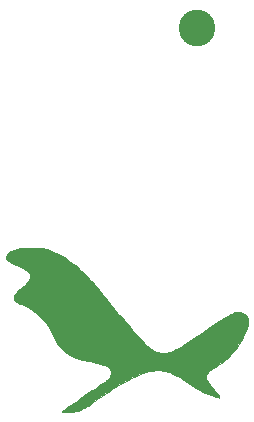
<source format=gbr>
G04 #@! TF.GenerationSoftware,KiCad,Pcbnew,(5.1.10)-1*
G04 #@! TF.CreationDate,2021-07-03T22:49:25-04:00*
G04 #@! TF.ProjectId,Sorting Hat,536f7274-696e-4672-9048-61742e6b6963,rev?*
G04 #@! TF.SameCoordinates,Original*
G04 #@! TF.FileFunction,Soldermask,Top*
G04 #@! TF.FilePolarity,Negative*
%FSLAX46Y46*%
G04 Gerber Fmt 4.6, Leading zero omitted, Abs format (unit mm)*
G04 Created by KiCad (PCBNEW (5.1.10)-1) date 2021-07-03 22:49:25*
%MOMM*%
%LPD*%
G01*
G04 APERTURE LIST*
%ADD10C,0.010000*%
%ADD11C,3.100000*%
G04 APERTURE END LIST*
D10*
G04 #@! TO.C,G\u002A\u002A\u002A*
G36*
X141266763Y-80190410D02*
G01*
X141694277Y-80242974D01*
X142111431Y-80332006D01*
X142525281Y-80459007D01*
X142937521Y-80623109D01*
X143187287Y-80745568D01*
X143456470Y-80899944D01*
X143741020Y-81082922D01*
X144036887Y-81291186D01*
X144340022Y-81521420D01*
X144646373Y-81770309D01*
X144951891Y-82034535D01*
X145252525Y-82310784D01*
X145544225Y-82595740D01*
X145822942Y-82886087D01*
X146084625Y-83178509D01*
X146144333Y-83248500D01*
X146188728Y-83301918D01*
X146256155Y-83384216D01*
X146343221Y-83491200D01*
X146446531Y-83618678D01*
X146562694Y-83762456D01*
X146688316Y-83918340D01*
X146820002Y-84082139D01*
X146940815Y-84232750D01*
X147282531Y-84657809D01*
X147602044Y-85052200D01*
X147902263Y-85419334D01*
X148186098Y-85762624D01*
X148456458Y-86085483D01*
X148716251Y-86391321D01*
X148968388Y-86683552D01*
X149215776Y-86965588D01*
X149461325Y-87240841D01*
X149707944Y-87512724D01*
X149958543Y-87784648D01*
X150080688Y-87915750D01*
X150252073Y-88097341D01*
X150400855Y-88250792D01*
X150531671Y-88380369D01*
X150649159Y-88490337D01*
X150757954Y-88584960D01*
X150862695Y-88668505D01*
X150968018Y-88745236D01*
X151024166Y-88783600D01*
X151214969Y-88902082D01*
X151390939Y-88989949D01*
X151562089Y-89050858D01*
X151738433Y-89088469D01*
X151904024Y-89105094D01*
X152112964Y-89106319D01*
X152309265Y-89082816D01*
X152511513Y-89032034D01*
X152567362Y-89014049D01*
X152648263Y-88985154D01*
X152732743Y-88950996D01*
X152823244Y-88910103D01*
X152922207Y-88861003D01*
X153032074Y-88802225D01*
X153155289Y-88732297D01*
X153294292Y-88649746D01*
X153451527Y-88553100D01*
X153629435Y-88440889D01*
X153830460Y-88311639D01*
X154057042Y-88163879D01*
X154311624Y-87996138D01*
X154596648Y-87806942D01*
X154844750Y-87641473D01*
X155232202Y-87382919D01*
X155586418Y-87147190D01*
X155909121Y-86933235D01*
X156202031Y-86740002D01*
X156466869Y-86566437D01*
X156705356Y-86411489D01*
X156919215Y-86274106D01*
X157110166Y-86153236D01*
X157279930Y-86047827D01*
X157430229Y-85956826D01*
X157562784Y-85879181D01*
X157679316Y-85813841D01*
X157781547Y-85759753D01*
X157871198Y-85715865D01*
X157949990Y-85681125D01*
X158019644Y-85654481D01*
X158081881Y-85634880D01*
X158138424Y-85621271D01*
X158154938Y-85618127D01*
X158341169Y-85604828D01*
X158520267Y-85629819D01*
X158687616Y-85689495D01*
X158838600Y-85780253D01*
X158968605Y-85898490D01*
X159073015Y-86040603D01*
X159147214Y-86202988D01*
X159186589Y-86382041D01*
X159190310Y-86426503D01*
X159191707Y-86525307D01*
X159185883Y-86621571D01*
X159174639Y-86692707D01*
X159149636Y-86774403D01*
X159108285Y-86887438D01*
X159053314Y-87025357D01*
X158987453Y-87181708D01*
X158913429Y-87350038D01*
X158833974Y-87523893D01*
X158751814Y-87696820D01*
X158737976Y-87725250D01*
X158542121Y-88103501D01*
X158341640Y-88444578D01*
X158133013Y-88753624D01*
X157912718Y-89035782D01*
X157677232Y-89296198D01*
X157628847Y-89345280D01*
X157483921Y-89485692D01*
X157343040Y-89611642D01*
X157197890Y-89729528D01*
X157040159Y-89845747D01*
X156861531Y-89966696D01*
X156653695Y-90098775D01*
X156633333Y-90111389D01*
X156504279Y-90193270D01*
X156368279Y-90283190D01*
X156231462Y-90376753D01*
X156099961Y-90469564D01*
X155979905Y-90557226D01*
X155877425Y-90635343D01*
X155798653Y-90699518D01*
X155750658Y-90744329D01*
X155681557Y-90847124D01*
X155635008Y-90973569D01*
X155613389Y-91110120D01*
X155619079Y-91243237D01*
X155645923Y-91340648D01*
X155687354Y-91419979D01*
X155754237Y-91524079D01*
X155842320Y-91647556D01*
X155947354Y-91785016D01*
X156065085Y-91931065D01*
X156191263Y-92080312D01*
X156321636Y-92227362D01*
X156451952Y-92366822D01*
X156467829Y-92383250D01*
X156546627Y-92467707D01*
X156616818Y-92548951D01*
X156671678Y-92618773D01*
X156704484Y-92668965D01*
X156708043Y-92676484D01*
X156727549Y-92745163D01*
X156730034Y-92807686D01*
X156717042Y-92853646D01*
X156690119Y-92872638D01*
X156679093Y-92871398D01*
X156642587Y-92862620D01*
X156577231Y-92847931D01*
X156495597Y-92830143D01*
X156474583Y-92825641D01*
X156254247Y-92768469D01*
X156023657Y-92688093D01*
X155776257Y-92581980D01*
X155532666Y-92461788D01*
X155210350Y-92291530D01*
X154911926Y-92127596D01*
X154627041Y-91963826D01*
X154345341Y-91794064D01*
X154056473Y-91612149D01*
X153750084Y-91411923D01*
X153606500Y-91316064D01*
X153376965Y-91164818D01*
X153174853Y-91038144D01*
X152995182Y-90933370D01*
X152832971Y-90847824D01*
X152683240Y-90778835D01*
X152541007Y-90723732D01*
X152442333Y-90691720D01*
X152084707Y-90605707D01*
X151727785Y-90562020D01*
X151371487Y-90560655D01*
X151015731Y-90601610D01*
X150761386Y-90656910D01*
X150547780Y-90719571D01*
X150304981Y-90803433D01*
X150038937Y-90906087D01*
X149755594Y-91025126D01*
X149460899Y-91158140D01*
X149160798Y-91302722D01*
X149134724Y-91315722D01*
X148866829Y-91453113D01*
X148599686Y-91597403D01*
X148329360Y-91751062D01*
X148051917Y-91916559D01*
X147763424Y-92096364D01*
X147459948Y-92292947D01*
X147137555Y-92508778D01*
X146792310Y-92746327D01*
X146420282Y-93008063D01*
X146278307Y-93109206D01*
X146080660Y-93249655D01*
X145911756Y-93367761D01*
X145766581Y-93466734D01*
X145640125Y-93549781D01*
X145527375Y-93620109D01*
X145423320Y-93680927D01*
X145322947Y-93735442D01*
X145221244Y-93786863D01*
X145213916Y-93790443D01*
X144982361Y-93894395D01*
X144761814Y-93973094D01*
X144541467Y-94028878D01*
X144310513Y-94064087D01*
X144058145Y-94081060D01*
X143860811Y-94083329D01*
X143736723Y-94081724D01*
X143623400Y-94078879D01*
X143529354Y-94075111D01*
X143463095Y-94070741D01*
X143437612Y-94067454D01*
X143429867Y-94063868D01*
X143428695Y-94056722D01*
X143435946Y-94044678D01*
X143453467Y-94026396D01*
X143483109Y-94000534D01*
X143526721Y-93965753D01*
X143586152Y-93920714D01*
X143663252Y-93864077D01*
X143759869Y-93794501D01*
X143877854Y-93710646D01*
X144019054Y-93611174D01*
X144185320Y-93494743D01*
X144378501Y-93360014D01*
X144600446Y-93205647D01*
X144853004Y-93030302D01*
X145138025Y-92832640D01*
X145226195Y-92771522D01*
X145479863Y-92595724D01*
X145725677Y-92425421D01*
X145961164Y-92262324D01*
X146183852Y-92108143D01*
X146391266Y-91964589D01*
X146580935Y-91833372D01*
X146750385Y-91716203D01*
X146897143Y-91614793D01*
X147018735Y-91530851D01*
X147112689Y-91466090D01*
X147176532Y-91422218D01*
X147206033Y-91402121D01*
X147325032Y-91312232D01*
X147413020Y-91219895D01*
X147480312Y-91113497D01*
X147501428Y-91069583D01*
X147552346Y-90908841D01*
X147562712Y-90748556D01*
X147534028Y-90594052D01*
X147467794Y-90450653D01*
X147365513Y-90323682D01*
X147268716Y-90244267D01*
X147224094Y-90215934D01*
X147174805Y-90190710D01*
X147114221Y-90166321D01*
X147035717Y-90140490D01*
X146932666Y-90110944D01*
X146798443Y-90075407D01*
X146713620Y-90053675D01*
X146363543Y-89964601D01*
X146051884Y-89885185D01*
X145776023Y-89814679D01*
X145533343Y-89752333D01*
X145321226Y-89697400D01*
X145137055Y-89649129D01*
X144978211Y-89606774D01*
X144842077Y-89569585D01*
X144726036Y-89536813D01*
X144627469Y-89507710D01*
X144543758Y-89481527D01*
X144472286Y-89457515D01*
X144410436Y-89434926D01*
X144355589Y-89413012D01*
X144305127Y-89391022D01*
X144256433Y-89368210D01*
X144206890Y-89343825D01*
X144174311Y-89327445D01*
X143926820Y-89183639D01*
X143681125Y-89004334D01*
X143445731Y-88795827D01*
X143413104Y-88763689D01*
X143200545Y-88534254D01*
X143022280Y-88302148D01*
X142871087Y-88056429D01*
X142739742Y-87786157D01*
X142692576Y-87672333D01*
X142509672Y-87265617D01*
X142293714Y-86884343D01*
X142043055Y-86526047D01*
X141756048Y-86188265D01*
X141580916Y-86009178D01*
X141255434Y-85718010D01*
X140914086Y-85464587D01*
X140551999Y-85245774D01*
X140164301Y-85058433D01*
X139997723Y-84990348D01*
X139826291Y-84920922D01*
X139690503Y-84859252D01*
X139585042Y-84802411D01*
X139504587Y-84747470D01*
X139443822Y-84691505D01*
X139433501Y-84679858D01*
X139363000Y-84573349D01*
X139331474Y-84462128D01*
X139339030Y-84343392D01*
X139385778Y-84214337D01*
X139456276Y-84094633D01*
X139490572Y-84046838D01*
X139530822Y-83997097D01*
X139580518Y-83942013D01*
X139643154Y-83878190D01*
X139722220Y-83802233D01*
X139821211Y-83710745D01*
X139943617Y-83600330D01*
X140092932Y-83467593D01*
X140181835Y-83389091D01*
X140349257Y-83236044D01*
X140482909Y-83100889D01*
X140585406Y-82979881D01*
X140659364Y-82869271D01*
X140707398Y-82765313D01*
X140732122Y-82664261D01*
X140736959Y-82593724D01*
X140720114Y-82463356D01*
X140667203Y-82344244D01*
X140575406Y-82230525D01*
X140550849Y-82206711D01*
X140504502Y-82165830D01*
X140451998Y-82125104D01*
X140389458Y-82082365D01*
X140313003Y-82035440D01*
X140218753Y-81982160D01*
X140102830Y-81920355D01*
X139961354Y-81847854D01*
X139790447Y-81762488D01*
X139586229Y-81662087D01*
X139516490Y-81628028D01*
X139325633Y-81534544D01*
X139169287Y-81456856D01*
X139043669Y-81392720D01*
X138944994Y-81339891D01*
X138869477Y-81296122D01*
X138813335Y-81259168D01*
X138772782Y-81226786D01*
X138744035Y-81196729D01*
X138723308Y-81166752D01*
X138715727Y-81152956D01*
X138692124Y-81074400D01*
X138685094Y-80973673D01*
X138694213Y-80867381D01*
X138719062Y-80772126D01*
X138725802Y-80756036D01*
X138770513Y-80676335D01*
X138829543Y-80608428D01*
X138908292Y-80549041D01*
X139012158Y-80494899D01*
X139146540Y-80442725D01*
X139316838Y-80389245D01*
X139342580Y-80381830D01*
X139632039Y-80305015D01*
X139898754Y-80247723D01*
X140156469Y-80208011D01*
X140418927Y-80183938D01*
X140699874Y-80173561D01*
X140821833Y-80172812D01*
X141266763Y-80190410D01*
G37*
X141266763Y-80190410D02*
X141694277Y-80242974D01*
X142111431Y-80332006D01*
X142525281Y-80459007D01*
X142937521Y-80623109D01*
X143187287Y-80745568D01*
X143456470Y-80899944D01*
X143741020Y-81082922D01*
X144036887Y-81291186D01*
X144340022Y-81521420D01*
X144646373Y-81770309D01*
X144951891Y-82034535D01*
X145252525Y-82310784D01*
X145544225Y-82595740D01*
X145822942Y-82886087D01*
X146084625Y-83178509D01*
X146144333Y-83248500D01*
X146188728Y-83301918D01*
X146256155Y-83384216D01*
X146343221Y-83491200D01*
X146446531Y-83618678D01*
X146562694Y-83762456D01*
X146688316Y-83918340D01*
X146820002Y-84082139D01*
X146940815Y-84232750D01*
X147282531Y-84657809D01*
X147602044Y-85052200D01*
X147902263Y-85419334D01*
X148186098Y-85762624D01*
X148456458Y-86085483D01*
X148716251Y-86391321D01*
X148968388Y-86683552D01*
X149215776Y-86965588D01*
X149461325Y-87240841D01*
X149707944Y-87512724D01*
X149958543Y-87784648D01*
X150080688Y-87915750D01*
X150252073Y-88097341D01*
X150400855Y-88250792D01*
X150531671Y-88380369D01*
X150649159Y-88490337D01*
X150757954Y-88584960D01*
X150862695Y-88668505D01*
X150968018Y-88745236D01*
X151024166Y-88783600D01*
X151214969Y-88902082D01*
X151390939Y-88989949D01*
X151562089Y-89050858D01*
X151738433Y-89088469D01*
X151904024Y-89105094D01*
X152112964Y-89106319D01*
X152309265Y-89082816D01*
X152511513Y-89032034D01*
X152567362Y-89014049D01*
X152648263Y-88985154D01*
X152732743Y-88950996D01*
X152823244Y-88910103D01*
X152922207Y-88861003D01*
X153032074Y-88802225D01*
X153155289Y-88732297D01*
X153294292Y-88649746D01*
X153451527Y-88553100D01*
X153629435Y-88440889D01*
X153830460Y-88311639D01*
X154057042Y-88163879D01*
X154311624Y-87996138D01*
X154596648Y-87806942D01*
X154844750Y-87641473D01*
X155232202Y-87382919D01*
X155586418Y-87147190D01*
X155909121Y-86933235D01*
X156202031Y-86740002D01*
X156466869Y-86566437D01*
X156705356Y-86411489D01*
X156919215Y-86274106D01*
X157110166Y-86153236D01*
X157279930Y-86047827D01*
X157430229Y-85956826D01*
X157562784Y-85879181D01*
X157679316Y-85813841D01*
X157781547Y-85759753D01*
X157871198Y-85715865D01*
X157949990Y-85681125D01*
X158019644Y-85654481D01*
X158081881Y-85634880D01*
X158138424Y-85621271D01*
X158154938Y-85618127D01*
X158341169Y-85604828D01*
X158520267Y-85629819D01*
X158687616Y-85689495D01*
X158838600Y-85780253D01*
X158968605Y-85898490D01*
X159073015Y-86040603D01*
X159147214Y-86202988D01*
X159186589Y-86382041D01*
X159190310Y-86426503D01*
X159191707Y-86525307D01*
X159185883Y-86621571D01*
X159174639Y-86692707D01*
X159149636Y-86774403D01*
X159108285Y-86887438D01*
X159053314Y-87025357D01*
X158987453Y-87181708D01*
X158913429Y-87350038D01*
X158833974Y-87523893D01*
X158751814Y-87696820D01*
X158737976Y-87725250D01*
X158542121Y-88103501D01*
X158341640Y-88444578D01*
X158133013Y-88753624D01*
X157912718Y-89035782D01*
X157677232Y-89296198D01*
X157628847Y-89345280D01*
X157483921Y-89485692D01*
X157343040Y-89611642D01*
X157197890Y-89729528D01*
X157040159Y-89845747D01*
X156861531Y-89966696D01*
X156653695Y-90098775D01*
X156633333Y-90111389D01*
X156504279Y-90193270D01*
X156368279Y-90283190D01*
X156231462Y-90376753D01*
X156099961Y-90469564D01*
X155979905Y-90557226D01*
X155877425Y-90635343D01*
X155798653Y-90699518D01*
X155750658Y-90744329D01*
X155681557Y-90847124D01*
X155635008Y-90973569D01*
X155613389Y-91110120D01*
X155619079Y-91243237D01*
X155645923Y-91340648D01*
X155687354Y-91419979D01*
X155754237Y-91524079D01*
X155842320Y-91647556D01*
X155947354Y-91785016D01*
X156065085Y-91931065D01*
X156191263Y-92080312D01*
X156321636Y-92227362D01*
X156451952Y-92366822D01*
X156467829Y-92383250D01*
X156546627Y-92467707D01*
X156616818Y-92548951D01*
X156671678Y-92618773D01*
X156704484Y-92668965D01*
X156708043Y-92676484D01*
X156727549Y-92745163D01*
X156730034Y-92807686D01*
X156717042Y-92853646D01*
X156690119Y-92872638D01*
X156679093Y-92871398D01*
X156642587Y-92862620D01*
X156577231Y-92847931D01*
X156495597Y-92830143D01*
X156474583Y-92825641D01*
X156254247Y-92768469D01*
X156023657Y-92688093D01*
X155776257Y-92581980D01*
X155532666Y-92461788D01*
X155210350Y-92291530D01*
X154911926Y-92127596D01*
X154627041Y-91963826D01*
X154345341Y-91794064D01*
X154056473Y-91612149D01*
X153750084Y-91411923D01*
X153606500Y-91316064D01*
X153376965Y-91164818D01*
X153174853Y-91038144D01*
X152995182Y-90933370D01*
X152832971Y-90847824D01*
X152683240Y-90778835D01*
X152541007Y-90723732D01*
X152442333Y-90691720D01*
X152084707Y-90605707D01*
X151727785Y-90562020D01*
X151371487Y-90560655D01*
X151015731Y-90601610D01*
X150761386Y-90656910D01*
X150547780Y-90719571D01*
X150304981Y-90803433D01*
X150038937Y-90906087D01*
X149755594Y-91025126D01*
X149460899Y-91158140D01*
X149160798Y-91302722D01*
X149134724Y-91315722D01*
X148866829Y-91453113D01*
X148599686Y-91597403D01*
X148329360Y-91751062D01*
X148051917Y-91916559D01*
X147763424Y-92096364D01*
X147459948Y-92292947D01*
X147137555Y-92508778D01*
X146792310Y-92746327D01*
X146420282Y-93008063D01*
X146278307Y-93109206D01*
X146080660Y-93249655D01*
X145911756Y-93367761D01*
X145766581Y-93466734D01*
X145640125Y-93549781D01*
X145527375Y-93620109D01*
X145423320Y-93680927D01*
X145322947Y-93735442D01*
X145221244Y-93786863D01*
X145213916Y-93790443D01*
X144982361Y-93894395D01*
X144761814Y-93973094D01*
X144541467Y-94028878D01*
X144310513Y-94064087D01*
X144058145Y-94081060D01*
X143860811Y-94083329D01*
X143736723Y-94081724D01*
X143623400Y-94078879D01*
X143529354Y-94075111D01*
X143463095Y-94070741D01*
X143437612Y-94067454D01*
X143429867Y-94063868D01*
X143428695Y-94056722D01*
X143435946Y-94044678D01*
X143453467Y-94026396D01*
X143483109Y-94000534D01*
X143526721Y-93965753D01*
X143586152Y-93920714D01*
X143663252Y-93864077D01*
X143759869Y-93794501D01*
X143877854Y-93710646D01*
X144019054Y-93611174D01*
X144185320Y-93494743D01*
X144378501Y-93360014D01*
X144600446Y-93205647D01*
X144853004Y-93030302D01*
X145138025Y-92832640D01*
X145226195Y-92771522D01*
X145479863Y-92595724D01*
X145725677Y-92425421D01*
X145961164Y-92262324D01*
X146183852Y-92108143D01*
X146391266Y-91964589D01*
X146580935Y-91833372D01*
X146750385Y-91716203D01*
X146897143Y-91614793D01*
X147018735Y-91530851D01*
X147112689Y-91466090D01*
X147176532Y-91422218D01*
X147206033Y-91402121D01*
X147325032Y-91312232D01*
X147413020Y-91219895D01*
X147480312Y-91113497D01*
X147501428Y-91069583D01*
X147552346Y-90908841D01*
X147562712Y-90748556D01*
X147534028Y-90594052D01*
X147467794Y-90450653D01*
X147365513Y-90323682D01*
X147268716Y-90244267D01*
X147224094Y-90215934D01*
X147174805Y-90190710D01*
X147114221Y-90166321D01*
X147035717Y-90140490D01*
X146932666Y-90110944D01*
X146798443Y-90075407D01*
X146713620Y-90053675D01*
X146363543Y-89964601D01*
X146051884Y-89885185D01*
X145776023Y-89814679D01*
X145533343Y-89752333D01*
X145321226Y-89697400D01*
X145137055Y-89649129D01*
X144978211Y-89606774D01*
X144842077Y-89569585D01*
X144726036Y-89536813D01*
X144627469Y-89507710D01*
X144543758Y-89481527D01*
X144472286Y-89457515D01*
X144410436Y-89434926D01*
X144355589Y-89413012D01*
X144305127Y-89391022D01*
X144256433Y-89368210D01*
X144206890Y-89343825D01*
X144174311Y-89327445D01*
X143926820Y-89183639D01*
X143681125Y-89004334D01*
X143445731Y-88795827D01*
X143413104Y-88763689D01*
X143200545Y-88534254D01*
X143022280Y-88302148D01*
X142871087Y-88056429D01*
X142739742Y-87786157D01*
X142692576Y-87672333D01*
X142509672Y-87265617D01*
X142293714Y-86884343D01*
X142043055Y-86526047D01*
X141756048Y-86188265D01*
X141580916Y-86009178D01*
X141255434Y-85718010D01*
X140914086Y-85464587D01*
X140551999Y-85245774D01*
X140164301Y-85058433D01*
X139997723Y-84990348D01*
X139826291Y-84920922D01*
X139690503Y-84859252D01*
X139585042Y-84802411D01*
X139504587Y-84747470D01*
X139443822Y-84691505D01*
X139433501Y-84679858D01*
X139363000Y-84573349D01*
X139331474Y-84462128D01*
X139339030Y-84343392D01*
X139385778Y-84214337D01*
X139456276Y-84094633D01*
X139490572Y-84046838D01*
X139530822Y-83997097D01*
X139580518Y-83942013D01*
X139643154Y-83878190D01*
X139722220Y-83802233D01*
X139821211Y-83710745D01*
X139943617Y-83600330D01*
X140092932Y-83467593D01*
X140181835Y-83389091D01*
X140349257Y-83236044D01*
X140482909Y-83100889D01*
X140585406Y-82979881D01*
X140659364Y-82869271D01*
X140707398Y-82765313D01*
X140732122Y-82664261D01*
X140736959Y-82593724D01*
X140720114Y-82463356D01*
X140667203Y-82344244D01*
X140575406Y-82230525D01*
X140550849Y-82206711D01*
X140504502Y-82165830D01*
X140451998Y-82125104D01*
X140389458Y-82082365D01*
X140313003Y-82035440D01*
X140218753Y-81982160D01*
X140102830Y-81920355D01*
X139961354Y-81847854D01*
X139790447Y-81762488D01*
X139586229Y-81662087D01*
X139516490Y-81628028D01*
X139325633Y-81534544D01*
X139169287Y-81456856D01*
X139043669Y-81392720D01*
X138944994Y-81339891D01*
X138869477Y-81296122D01*
X138813335Y-81259168D01*
X138772782Y-81226786D01*
X138744035Y-81196729D01*
X138723308Y-81166752D01*
X138715727Y-81152956D01*
X138692124Y-81074400D01*
X138685094Y-80973673D01*
X138694213Y-80867381D01*
X138719062Y-80772126D01*
X138725802Y-80756036D01*
X138770513Y-80676335D01*
X138829543Y-80608428D01*
X138908292Y-80549041D01*
X139012158Y-80494899D01*
X139146540Y-80442725D01*
X139316838Y-80389245D01*
X139342580Y-80381830D01*
X139632039Y-80305015D01*
X139898754Y-80247723D01*
X140156469Y-80208011D01*
X140418927Y-80183938D01*
X140699874Y-80173561D01*
X140821833Y-80172812D01*
X141266763Y-80190410D01*
G04 #@! TD*
D11*
G04 #@! TO.C,H1*
X154838400Y-61569600D03*
G04 #@! TD*
M02*

</source>
